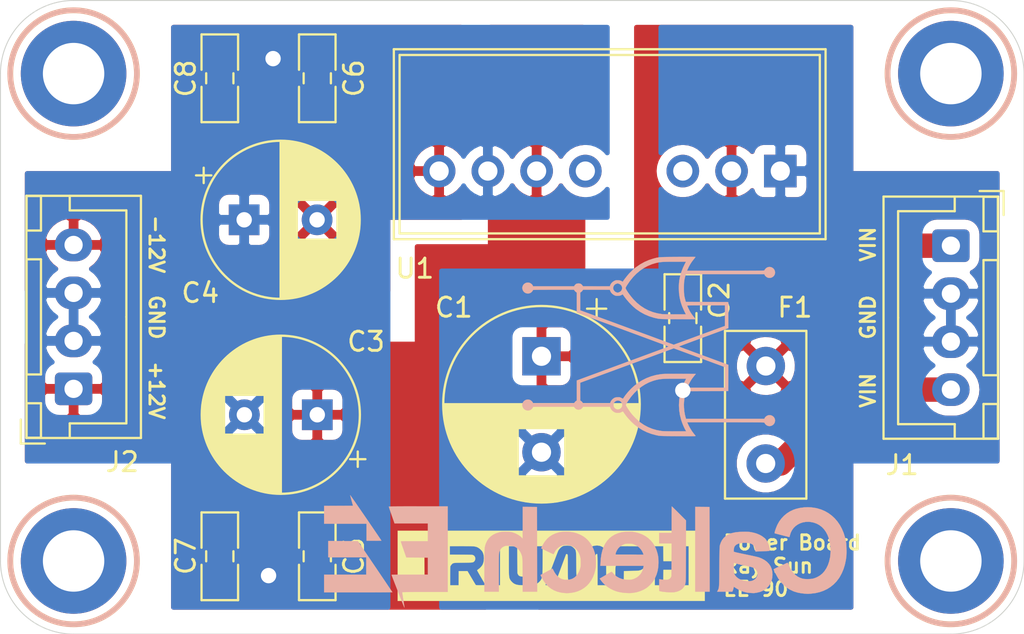
<source format=kicad_pcb>
(kicad_pcb (version 20171130) (host pcbnew "(5.1.2)-1")
  (title_block (title "Triumph Analog Function Generator - Power Board") (date 2019-05-12) (rev A) (company "California Institute of Technology") (comment 1 "Analog Electronics Project Laboratory") (comment 2 "EE 90") (comment 3 "Ray Sun"))
  (layers (0 F.Cu signal) (31 B.Cu signal) (34 B.Paste user) (35 F.Paste user) (36 B.SilkS user) (37 F.SilkS user) (38 B.Mask user) (39 F.Mask user) (44 Edge.Cuts user))
  (net 0 "")
  (net 1 GNDREF)
  (net 2 "Net-(C1-Pad1)")
  (net 3 GND)
  (net 4 +12V)
  (net 5 -12V)
  (net 6 VCC)
  (net 7 "Net-(U1-Pad5)")
  (net 8 "Net-(U1-Pad3)")
  (module triumph-logos:rs (layer B.Cu) (at 156.972 110.744 180)
    (fp_text reference G*** hide)
    (fp_text value LOGO hide)
  )
  (module triumph-logos:cit-ee (layer B.Cu) (at 153.67 121.412 180)
    (fp_text reference G*** hide)
    (fp_text value LOGO hide)
  )
  (module triumph-logos:triumph-logo-inv-small (layer F.Cu) (at 151.892 122.174)
    (fp_text reference G*** hide)
    (fp_text value LOGO hide)
  )
  (module triumph:0805_C_HandSoldering (layer F.Cu) (at 134.62 96.765 270)
    (fp_text reference C8 (at 0.009 1.778 90) (layer F.SilkS))
    (fp_text value 0.01uF hide)
    (pad 2 smd rect (at 1.225 0 270) (size 1.55 1.4) (layers F.Cu F.Paste F.Mask) (net 5 -12V))
    (pad 1 smd rect (at -1.225 0 270) (size 1.55 1.4) (layers F.Cu F.Paste F.Mask) (net 3 GND))
  )
  (module triumph:0805_C_HandSoldering (layer F.Cu) (at 134.62 121.675 270)
    (fp_text reference C7 (at -0.009 1.778 90) (layer F.SilkS))
    (fp_text value 0.01uF hide)
    (pad 2 smd rect (at 1.225 0 270) (size 1.55 1.4) (layers F.Cu F.Paste F.Mask) (net 3 GND))
    (pad 1 smd rect (at -1.225 0 270) (size 1.55 1.4) (layers F.Cu F.Paste F.Mask) (net 4 +12V))
  )
  (module triumph:0805_C_HandSoldering (layer F.Cu) (at 139.7 96.765 270)
    (fp_text reference C6 (at 0 -1.905 90) (layer F.SilkS))
    (fp_text value 0.1uF hide)
    (pad 2 smd rect (at 1.225 0 270) (size 1.55 1.4) (layers F.Cu F.Paste F.Mask) (net 5 -12V))
    (pad 1 smd rect (at -1.225 0 270) (size 1.55 1.4) (layers F.Cu F.Paste F.Mask) (net 3 GND))
  )
  (module triumph:0805_C_HandSoldering (layer F.Cu) (at 139.7 121.675 270)
    (fp_text reference C5 (at 0 -1.905 90) (layer F.SilkS))
    (fp_text value 0.1uF hide)
    (pad 2 smd rect (at 1.225 0 270) (size 1.55 1.4) (layers F.Cu F.Paste F.Mask) (net 3 GND))
    (pad 1 smd rect (at -1.225 0 270) (size 1.55 1.4) (layers F.Cu F.Paste F.Mask) (net 4 +12V))
  )
  (module triumph:0805_C_HandSoldering (layer F.Cu) (at 158.75 109.265 270)
    (fp_text reference C2 (at -0.934 -1.905 90) (layer F.SilkS))
    (fp_text value 0.1uF hide)
    (pad 2 smd rect (at 1.225 0 270) (size 1.55 1.4) (layers F.Cu F.Paste F.Mask) (net 1 GNDREF))
    (pad 1 smd rect (at -1.225 0 270) (size 1.55 1.4) (layers F.Cu F.Paste F.Mask) (net 2 "Net-(C1-Pad1)"))
  )
  (module Fuse:Fuse_Littelfuse_395Series (layer F.Cu) (at 163.068 116.84 90)
    (fp_text reference F1 (at 8.128 1.524 180) (layer F.SilkS))
    (fp_text value MF-R050)
    (pad 2 thru_hole circle (at 5.08 0.01 90) (size 2 2) (drill 1) (layers *.Cu *.Mask) (net 2 "Net-(C1-Pad1)"))
    (pad 1 thru_hole circle (at 0 0 90) (size 2 2) (drill 1) (layers *.Cu *.Mask) (net 6 VCC))
  )
  (module Capacitor_THT:CP_Radial_D8.0mm_P3.80mm (layer F.Cu) (at 139.7 114.3 180)
    (fp_text reference C3 (at -2.54 3.81) (layer F.SilkS))
    (fp_text value 10uF)
    (pad 2 thru_hole circle (at 3.8 0 180) (size 1.6 1.6) (drill 0.8) (layers *.Cu *.Mask) (net 3 GND))
    (pad 1 thru_hole rect (at 0 0 180) (size 1.6 1.6) (drill 0.8) (layers *.Cu *.Mask) (net 4 +12V))
  )
  (module triumph:RS-xxxxD (layer F.Cu) (at 163.83 101.6 270)
    (fp_text reference U1 (at 5.08 19.05) (layer F.SilkS))
    (fp_text value RS-1212D)
    (pad 8 thru_hole oval (at 0 17.78 270) (size 1.7 1.7) (drill 1) (layers *.Cu *.Mask) (net 5 -12V))
    (pad 7 thru_hole oval (at 0 15.24 270) (size 1.7 1.7) (drill 1) (layers *.Cu *.Mask) (net 3 GND))
    (pad 6 thru_hole oval (at 0 12.7 270) (size 1.7 1.7) (drill 1) (layers *.Cu *.Mask) (net 4 +12V))
    (pad 5 thru_hole oval (at 0 10.16 270) (size 1.7 1.7) (drill 1) (layers *.Cu *.Mask) (net 7 "Net-(U1-Pad5)"))
    (pad 3 thru_hole oval (at 0 5.08 270) (size 1.7 1.7) (drill 1) (layers *.Cu *.Mask) (net 8 "Net-(U1-Pad3)"))
    (pad 2 thru_hole oval (at 0 2.54 270) (size 1.7 1.7) (drill 1) (layers *.Cu *.Mask) (net 2 "Net-(C1-Pad1)"))
    (pad 1 thru_hole rect (at 0 0 270) (size 1.7 1.7) (drill 1) (layers *.Cu *.Mask) (net 1 GNDREF))
  )
  (module Capacitor_THT:CP_Radial_D8.0mm_P3.80mm (layer F.Cu) (at 135.89 104.14)
    (fp_text reference C4 (at -2.286 3.81) (layer F.SilkS))
    (fp_text value 10uF)
    (pad 2 thru_hole circle (at 3.8 0) (size 1.6 1.6) (drill 0.8) (layers *.Cu *.Mask) (net 5 -12V))
    (pad 1 thru_hole rect (at 0 0) (size 1.6 1.6) (drill 0.8) (layers *.Cu *.Mask) (net 3 GND))
  )
  (module Capacitor_THT:CP_Radial_D10.0mm_P5.00mm (layer F.Cu) (at 151.384 111.252 270)
    (fp_text reference C1 (at -2.54 4.572 180) (layer F.SilkS))
    (fp_text value 47uF)
    (pad 2 thru_hole circle (at 5 0 270) (size 2 2) (drill 1) (layers *.Cu *.Mask) (net 1 GNDREF))
    (pad 1 thru_hole rect (at 0 0 270) (size 2 2) (drill 1) (layers *.Cu *.Mask) (net 2 "Net-(C1-Pad1)"))
  )
  (module MountingHole:MountingHole_3.2mm_M3_ISO14580_Pad (layer F.Cu) (at 127 121.92)
    (fp_text reference REF** hide)
    (fp_text value MountingHole_3.2mm_M3_ISO14580_Pad hide)
    (pad 1 thru_hole circle (at 0 0) (size 5.5 5.5) (drill 3.2) (layers *.Cu *.Mask))
  )
  (module MountingHole:MountingHole_3.2mm_M3_ISO14580_Pad (layer F.Cu) (at 172.72 121.92)
    (fp_text reference REF** hide)
    (fp_text value MountingHole_3.2mm_M3_ISO14580_Pad hide)
    (pad 1 thru_hole circle (at 0 0) (size 5.5 5.5) (drill 3.2) (layers *.Cu *.Mask))
  )
  (module MountingHole:MountingHole_3.2mm_M3_ISO14580_Pad (layer F.Cu) (at 172.72 96.52)
    (fp_text reference REF** hide)
    (fp_text value MountingHole_3.2mm_M3_ISO14580_Pad hide)
    (pad 1 thru_hole circle (at 0 0) (size 5.5 5.5) (drill 3.2) (layers *.Cu *.Mask))
  )
  (module MountingHole:MountingHole_3.2mm_M3_ISO14580_Pad (layer F.Cu) (at 127 96.52)
    (fp_text reference REF** hide)
    (fp_text value MountingHole_3.2mm_M3_ISO14580_Pad hide)
    (pad 1 thru_hole circle (at 0 0) (size 5.5 5.5) (drill 3.2) (layers *.Cu *.Mask))
  )
  (module Connector_JST:JST_XH_B4B-XH-A_1x04_P2.50mm_Vertical (layer F.Cu) (at 127 112.95 90)
    (fp_text reference J2 (at -3.81 2.54 180) (layer F.SilkS))
    (fp_text value JST_XH_vert_01x04)
    (pad 4 thru_hole oval (at 7.5 0 90) (size 1.7 1.95) (drill 0.95) (layers *.Cu *.Mask) (net 5 -12V))
    (pad 3 thru_hole oval (at 5 0 90) (size 1.7 1.95) (drill 0.95) (layers *.Cu *.Mask) (net 3 GND))
    (pad 2 thru_hole oval (at 2.5 0 90) (size 1.7 1.95) (drill 0.95) (layers *.Cu *.Mask) (net 3 GND))
    (pad 1 thru_hole roundrect (at 0 0 90) (size 1.7 1.95) (drill 0.95) (layers *.Cu *.Mask) (roundrect_rratio 0.147059) (net 4 +12V))
  )
  (module Connector_JST:JST_XH_B4B-XH-A_1x04_P2.50mm_Vertical (layer F.Cu) (at 172.72 105.49 270)
    (fp_text reference J1 (at 11.43 2.54 180) (layer F.SilkS))
    (fp_text value JST_XH_vert_01x04)
    (pad 4 thru_hole oval (at 7.5 0 270) (size 1.7 1.95) (drill 0.95) (layers *.Cu *.Mask) (net 6 VCC))
    (pad 3 thru_hole oval (at 5 0 270) (size 1.7 1.95) (drill 0.95) (layers *.Cu *.Mask) (net 1 GNDREF))
    (pad 2 thru_hole oval (at 2.5 0 270) (size 1.7 1.95) (drill 0.95) (layers *.Cu *.Mask) (net 1 GNDREF))
    (pad 1 thru_hole roundrect (at 0 0 270) (size 1.7 1.95) (drill 0.95) (layers *.Cu *.Mask) (roundrect_rratio 0.147059) (net 6 VCC))
  )
  (gr_text VIN (at 168.402 113.03 90) (layer F.SilkS) (effects (font (size 0.75 0.75))))
  (gr_text VIN (at 168.402 105.41 90) (layer F.SilkS) (effects (font (size 0.75 0.75))))
  (gr_text GND (at 168.402 109.22 90) (layer F.SilkS) (effects (font (size 0.75 0.75))))
  (gr_text GND (at 131.318 109.22 270) (layer F.SilkS) (effects (font (size 0.75 0.75))))
  (gr_text +12V (at 131.318 113.03 270) (layer F.SilkS) (effects (font (size 0.75 0.75))))
  (gr_text -12V (at 131.318 105.41 270) (layer F.SilkS) (effects (font (size 0.75 0.75))))
  (gr_text "Power Board\nRay Sun\nEE 90" (at 160.782 122.174) (layer F.SilkS) (effects (font (size 0.75 0.75)) (justify left)))
  (gr_circle (center 172.72 96.52) (end 176.02 96.52) (layer B.SilkS) (width 0.3))
  (gr_circle (center 172.72 121.92) (end 176.02 121.92) (layer B.SilkS) (width 0.3))
  (gr_circle (center 127 121.92) (end 130.3 121.92) (layer B.SilkS) (width 0.3))
  (gr_circle (center 172.72 121.92) (end 176.02 121.92) (layer F.SilkS) (width 0.3))
  (gr_circle (center 127 96.52) (end 130.3 96.52) (layer B.SilkS) (width 0.3))
  (gr_circle (center 172.72 96.52) (end 176.02 96.52) (layer F.SilkS) (width 0.3))
  (gr_circle (center 127 121.92) (end 130.3 121.92) (layer F.SilkS) (width 0.3))
  (gr_circle (center 127 96.52) (end 130.3 96.52) (layer F.SilkS) (width 0.3))
  (gr_arc (start 172.72 121.92) (end 172.72 125.73) (angle -90) (layer Edge.Cuts) (width 0.05))
  (gr_arc (start 127 121.92) (end 123.19 121.92) (angle -90) (layer Edge.Cuts) (width 0.05))
  (gr_arc (start 172.72 96.52) (end 176.53 96.52) (angle -90) (layer Edge.Cuts) (width 0.05))
  (gr_arc (start 127 96.52) (end 127 92.71) (angle -90) (layer Edge.Cuts) (width 0.05))
  (gr_line (start 123.19 121.92) (end 123.19 96.52) (layer Edge.Cuts) (width 0.05))
  (gr_line (start 172.72 125.73) (end 127 125.73) (layer Edge.Cuts) (width 0.05))
  (gr_line (start 176.53 96.52) (end 176.53 121.92) (layer Edge.Cuts) (width 0.05))
  (gr_line (start 127 92.71) (end 172.72 92.71) (layer Edge.Cuts) (width 0.05))
  (via (at 158.75 113.03) (size 1.27) (drill 0.8) (layers F.Cu B.Cu) (net 1))
  (segment (start 158.75 110.49) (end 158.75 113.03) (width 1.27) (layer F.Cu) (net 1))
  (via (at 137.16 122.682) (size 1.27) (drill 0.8) (layers F.Cu B.Cu) (net 3))
  (segment (start 134.62 122.7) (end 137.142 122.7) (width 1.27) (layer F.Cu) (net 3))
  (segment (start 137.142 122.7) (end 137.16 122.682) (width 1.27) (layer F.Cu) (net 3))
  (segment (start 139.682 122.682) (end 139.7 122.7) (width 1.27) (layer F.Cu) (net 3))
  (segment (start 137.16 122.682) (end 139.682 122.682) (width 1.27) (layer F.Cu) (net 3))
  (via (at 137.396001 95.739995) (size 1.27) (drill 0.8) (layers F.Cu B.Cu) (net 3))
  (segment (start 138.294026 95.739995) (end 137.396001 95.739995) (width 1.27) (layer F.Cu) (net 3))
  (segment (start 134.620005 95.739995) (end 136.497976 95.739995) (width 1.27) (layer F.Cu) (net 3))
  (segment (start 136.497976 95.739995) (end 137.396001 95.739995) (width 1.27) (layer F.Cu) (net 3))
  (segment (start 139.699995 95.739995) (end 138.294026 95.739995) (width 1.27) (layer F.Cu) (net 3))
  (segment (start 134.62 95.74) (end 134.620005 95.739995) (width 1.27) (layer F.Cu) (net 3))
  (segment (start 139.7 95.74) (end 139.699995 95.739995) (width 1.27) (layer F.Cu) (net 3))
  (segment (start 170.475 112.99) (end 168.91 111.425) (width 1.27) (layer F.Cu) (net 6))
  (segment (start 172.72 112.99) (end 170.475 112.99) (width 1.27) (layer F.Cu) (net 6))
  (segment (start 168.91 111.425) (end 168.91 106.68) (width 1.27) (layer F.Cu) (net 6))
  (segment (start 170.1 105.49) (end 168.91 106.68) (width 1.27) (layer F.Cu) (net 6))
  (segment (start 172.72 105.49) (end 170.1 105.49) (width 1.27) (layer F.Cu) (net 6))
  (segment (start 163.83 116.84) (end 163.068 116.84) (width 1.27) (layer F.Cu) (net 6))
  (segment (start 168.91 111.425) (end 168.91 111.76) (width 1.27) (layer F.Cu) (net 6))
  (segment (start 168.91 111.76) (end 163.83 116.84) (width 1.27) (layer F.Cu) (net 6))
  (zone (net 3) (net_name GND) (layer B.Cu) (connect_pads (clearance 0.508)) (min_thickness 0.254) (fill yes (arc_segments 32) (thermal_gap 0.508) (thermal_bridge_width 0.508))
    (polygon (pts (xy 124.46 101.6) (xy 124.46 116.84) (xy 132.08 116.84) (xy 132.08 124.46) (xy 143.51 124.46) (xy 143.51 104.14) (xy 154.94 104.14) (xy 154.94 93.98) (xy 132.08 93.98) (xy 132.08 101.6)))
  )
  (zone (net 1) (net_name GNDREF) (layer B.Cu) (connect_pads (clearance 0.508)) (min_thickness 0.254) (fill yes (arc_segments 32) (thermal_gap 0.508) (thermal_bridge_width 0.508))
    (polygon (pts (xy 175.26 101.6) (xy 167.64 101.6) (xy 167.64 93.98) (xy 157.48 93.98) (xy 157.48 106.68) (xy 146.05 106.68) (xy 146.05 124.46) (xy 167.64 124.46) (xy 167.64 116.84) (xy 175.26 116.84)))
  )
  (zone (net 5) (net_name -12V) (layer F.Cu) (connect_pads (clearance 0.508)) (min_thickness 0.254) (fill yes (arc_segments 32) (thermal_gap 0.508) (thermal_bridge_width 0.508))
    (polygon (pts (xy 124.46 101.6) (xy 124.46 107.95) (xy 143.51 107.95) (xy 143.51 104.14) (xy 147.32 104.14) (xy 147.32 93.98) (xy 132.08 93.98) (xy 132.08 101.6)))
  )
  (zone (net 2) (net_name "Net-(C1-Pad1)") (layer F.Cu) (connect_pads (clearance 0.508)) (min_thickness 0.254) (fill yes (arc_segments 32) (thermal_gap 0.508) (thermal_bridge_width 0.508))
    (polygon (pts (xy 151.13 109.22) (xy 151.13 124.46) (xy 167.64 124.46) (xy 167.64 116.84) (xy 175.26 116.84) (xy 175.26 101.6) (xy 167.64 101.6) (xy 167.64 93.98) (xy 156.21 93.98) (xy 156.21 109.22)))
  )
  (zone (net 4) (net_name +12V) (layer F.Cu) (connect_pads (clearance 0.508)) (min_thickness 0.254) (fill yes (arc_segments 32) (thermal_gap 0.508) (thermal_bridge_width 0.508))
    (polygon (pts (xy 124.46 110.49) (xy 144.78 110.49) (xy 144.78 105.41) (xy 148.59 105.41) (xy 148.59 93.98) (xy 153.67 93.98) (xy 153.67 107.95) (xy 148.59 107.95) (xy 148.59 124.46) (xy 132.08 124.46) (xy 132.08 116.84) (xy 124.46 116.84)))
  )
)
</source>
